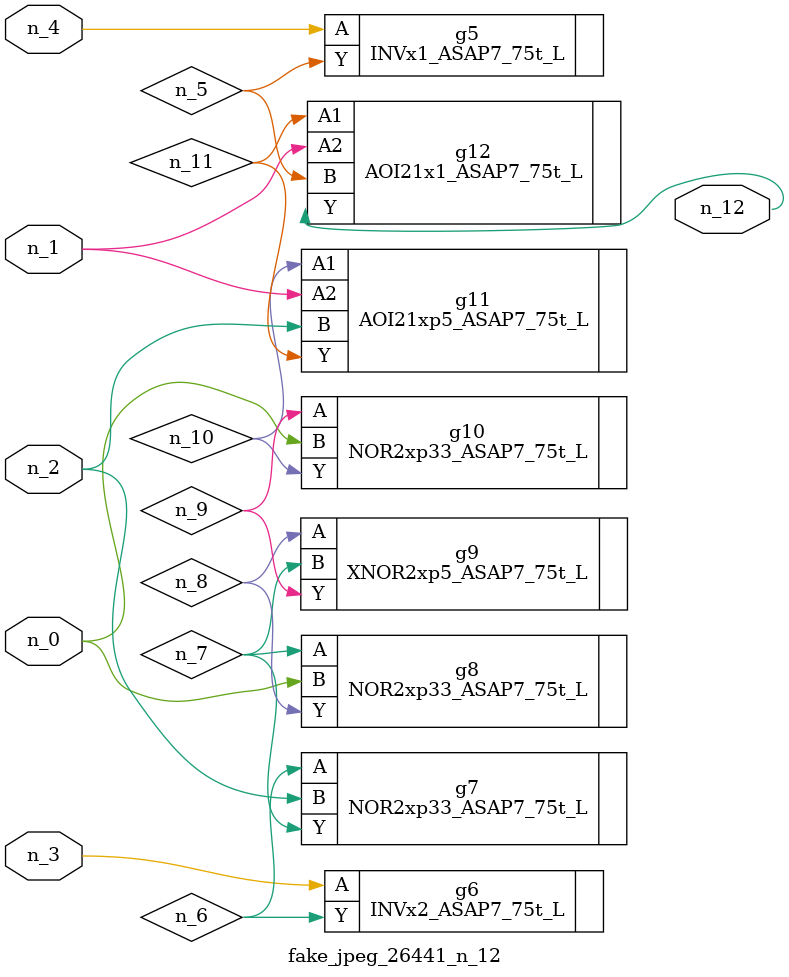
<source format=v>
module fake_jpeg_26441_n_12 (n_3, n_2, n_1, n_0, n_4, n_12);

input n_3;
input n_2;
input n_1;
input n_0;
input n_4;

output n_12;

wire n_11;
wire n_10;
wire n_8;
wire n_9;
wire n_6;
wire n_5;
wire n_7;

INVx1_ASAP7_75t_L g5 ( 
.A(n_4),
.Y(n_5)
);

INVx2_ASAP7_75t_L g6 ( 
.A(n_3),
.Y(n_6)
);

NOR2xp33_ASAP7_75t_L g7 ( 
.A(n_6),
.B(n_2),
.Y(n_7)
);

NOR2xp33_ASAP7_75t_L g8 ( 
.A(n_7),
.B(n_0),
.Y(n_8)
);

XNOR2xp5_ASAP7_75t_L g9 ( 
.A(n_8),
.B(n_7),
.Y(n_9)
);

NOR2xp33_ASAP7_75t_L g10 ( 
.A(n_9),
.B(n_0),
.Y(n_10)
);

AOI21xp5_ASAP7_75t_L g11 ( 
.A1(n_10),
.A2(n_1),
.B(n_2),
.Y(n_11)
);

AOI21x1_ASAP7_75t_L g12 ( 
.A1(n_11),
.A2(n_1),
.B(n_5),
.Y(n_12)
);


endmodule
</source>
